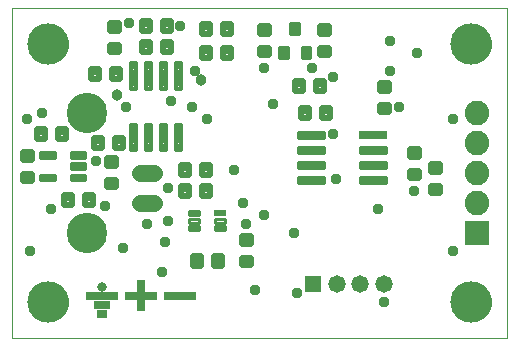
<source format=gbs>
G75*
%MOIN*%
%OFA0B0*%
%FSLAX25Y25*%
%IPPOS*%
%LPD*%
%AMOC8*
5,1,8,0,0,1.08239X$1,22.5*
%
%ADD10C,0.00000*%
%ADD11C,0.05524*%
%ADD12C,0.13461*%
%ADD13C,0.01423*%
%ADD14C,0.01334*%
%ADD15C,0.02104*%
%ADD16C,0.13800*%
%ADD17R,0.05800X0.05800*%
%ADD18C,0.05800*%
%ADD19R,0.08200X0.08200*%
%ADD20C,0.08200*%
%ADD21C,0.01755*%
%ADD22R,0.04343X0.02375*%
%ADD23C,0.01069*%
%ADD24R,0.09800X0.03162*%
%ADD25R,0.05800X0.02600*%
%ADD26R,0.03300X0.02600*%
%ADD27R,0.10800X0.02600*%
%ADD28C,0.03300*%
%ADD29R,0.02600X0.05800*%
%ADD30C,0.03800*%
%ADD31C,0.03775*%
D10*
X0089050Y0003800D02*
X0089050Y0113800D01*
X0254050Y0113800D01*
X0254050Y0003800D01*
X0089050Y0003800D01*
X0094550Y0015800D02*
X0094552Y0015961D01*
X0094558Y0016121D01*
X0094568Y0016282D01*
X0094582Y0016442D01*
X0094600Y0016602D01*
X0094621Y0016761D01*
X0094647Y0016920D01*
X0094677Y0017078D01*
X0094710Y0017235D01*
X0094748Y0017392D01*
X0094789Y0017547D01*
X0094834Y0017701D01*
X0094883Y0017854D01*
X0094936Y0018006D01*
X0094992Y0018157D01*
X0095053Y0018306D01*
X0095116Y0018454D01*
X0095184Y0018600D01*
X0095255Y0018744D01*
X0095329Y0018886D01*
X0095407Y0019027D01*
X0095489Y0019165D01*
X0095574Y0019302D01*
X0095662Y0019436D01*
X0095754Y0019568D01*
X0095849Y0019698D01*
X0095947Y0019826D01*
X0096048Y0019951D01*
X0096152Y0020073D01*
X0096259Y0020193D01*
X0096369Y0020310D01*
X0096482Y0020425D01*
X0096598Y0020536D01*
X0096717Y0020645D01*
X0096838Y0020750D01*
X0096962Y0020853D01*
X0097088Y0020953D01*
X0097216Y0021049D01*
X0097347Y0021142D01*
X0097481Y0021232D01*
X0097616Y0021319D01*
X0097754Y0021402D01*
X0097893Y0021482D01*
X0098035Y0021558D01*
X0098178Y0021631D01*
X0098323Y0021700D01*
X0098470Y0021766D01*
X0098618Y0021828D01*
X0098768Y0021886D01*
X0098919Y0021941D01*
X0099072Y0021992D01*
X0099226Y0022039D01*
X0099381Y0022082D01*
X0099537Y0022121D01*
X0099693Y0022157D01*
X0099851Y0022188D01*
X0100009Y0022216D01*
X0100168Y0022240D01*
X0100328Y0022260D01*
X0100488Y0022276D01*
X0100648Y0022288D01*
X0100809Y0022296D01*
X0100970Y0022300D01*
X0101130Y0022300D01*
X0101291Y0022296D01*
X0101452Y0022288D01*
X0101612Y0022276D01*
X0101772Y0022260D01*
X0101932Y0022240D01*
X0102091Y0022216D01*
X0102249Y0022188D01*
X0102407Y0022157D01*
X0102563Y0022121D01*
X0102719Y0022082D01*
X0102874Y0022039D01*
X0103028Y0021992D01*
X0103181Y0021941D01*
X0103332Y0021886D01*
X0103482Y0021828D01*
X0103630Y0021766D01*
X0103777Y0021700D01*
X0103922Y0021631D01*
X0104065Y0021558D01*
X0104207Y0021482D01*
X0104346Y0021402D01*
X0104484Y0021319D01*
X0104619Y0021232D01*
X0104753Y0021142D01*
X0104884Y0021049D01*
X0105012Y0020953D01*
X0105138Y0020853D01*
X0105262Y0020750D01*
X0105383Y0020645D01*
X0105502Y0020536D01*
X0105618Y0020425D01*
X0105731Y0020310D01*
X0105841Y0020193D01*
X0105948Y0020073D01*
X0106052Y0019951D01*
X0106153Y0019826D01*
X0106251Y0019698D01*
X0106346Y0019568D01*
X0106438Y0019436D01*
X0106526Y0019302D01*
X0106611Y0019165D01*
X0106693Y0019027D01*
X0106771Y0018886D01*
X0106845Y0018744D01*
X0106916Y0018600D01*
X0106984Y0018454D01*
X0107047Y0018306D01*
X0107108Y0018157D01*
X0107164Y0018006D01*
X0107217Y0017854D01*
X0107266Y0017701D01*
X0107311Y0017547D01*
X0107352Y0017392D01*
X0107390Y0017235D01*
X0107423Y0017078D01*
X0107453Y0016920D01*
X0107479Y0016761D01*
X0107500Y0016602D01*
X0107518Y0016442D01*
X0107532Y0016282D01*
X0107542Y0016121D01*
X0107548Y0015961D01*
X0107550Y0015800D01*
X0107548Y0015639D01*
X0107542Y0015479D01*
X0107532Y0015318D01*
X0107518Y0015158D01*
X0107500Y0014998D01*
X0107479Y0014839D01*
X0107453Y0014680D01*
X0107423Y0014522D01*
X0107390Y0014365D01*
X0107352Y0014208D01*
X0107311Y0014053D01*
X0107266Y0013899D01*
X0107217Y0013746D01*
X0107164Y0013594D01*
X0107108Y0013443D01*
X0107047Y0013294D01*
X0106984Y0013146D01*
X0106916Y0013000D01*
X0106845Y0012856D01*
X0106771Y0012714D01*
X0106693Y0012573D01*
X0106611Y0012435D01*
X0106526Y0012298D01*
X0106438Y0012164D01*
X0106346Y0012032D01*
X0106251Y0011902D01*
X0106153Y0011774D01*
X0106052Y0011649D01*
X0105948Y0011527D01*
X0105841Y0011407D01*
X0105731Y0011290D01*
X0105618Y0011175D01*
X0105502Y0011064D01*
X0105383Y0010955D01*
X0105262Y0010850D01*
X0105138Y0010747D01*
X0105012Y0010647D01*
X0104884Y0010551D01*
X0104753Y0010458D01*
X0104619Y0010368D01*
X0104484Y0010281D01*
X0104346Y0010198D01*
X0104207Y0010118D01*
X0104065Y0010042D01*
X0103922Y0009969D01*
X0103777Y0009900D01*
X0103630Y0009834D01*
X0103482Y0009772D01*
X0103332Y0009714D01*
X0103181Y0009659D01*
X0103028Y0009608D01*
X0102874Y0009561D01*
X0102719Y0009518D01*
X0102563Y0009479D01*
X0102407Y0009443D01*
X0102249Y0009412D01*
X0102091Y0009384D01*
X0101932Y0009360D01*
X0101772Y0009340D01*
X0101612Y0009324D01*
X0101452Y0009312D01*
X0101291Y0009304D01*
X0101130Y0009300D01*
X0100970Y0009300D01*
X0100809Y0009304D01*
X0100648Y0009312D01*
X0100488Y0009324D01*
X0100328Y0009340D01*
X0100168Y0009360D01*
X0100009Y0009384D01*
X0099851Y0009412D01*
X0099693Y0009443D01*
X0099537Y0009479D01*
X0099381Y0009518D01*
X0099226Y0009561D01*
X0099072Y0009608D01*
X0098919Y0009659D01*
X0098768Y0009714D01*
X0098618Y0009772D01*
X0098470Y0009834D01*
X0098323Y0009900D01*
X0098178Y0009969D01*
X0098035Y0010042D01*
X0097893Y0010118D01*
X0097754Y0010198D01*
X0097616Y0010281D01*
X0097481Y0010368D01*
X0097347Y0010458D01*
X0097216Y0010551D01*
X0097088Y0010647D01*
X0096962Y0010747D01*
X0096838Y0010850D01*
X0096717Y0010955D01*
X0096598Y0011064D01*
X0096482Y0011175D01*
X0096369Y0011290D01*
X0096259Y0011407D01*
X0096152Y0011527D01*
X0096048Y0011649D01*
X0095947Y0011774D01*
X0095849Y0011902D01*
X0095754Y0012032D01*
X0095662Y0012164D01*
X0095574Y0012298D01*
X0095489Y0012435D01*
X0095407Y0012573D01*
X0095329Y0012714D01*
X0095255Y0012856D01*
X0095184Y0013000D01*
X0095116Y0013146D01*
X0095053Y0013294D01*
X0094992Y0013443D01*
X0094936Y0013594D01*
X0094883Y0013746D01*
X0094834Y0013899D01*
X0094789Y0014053D01*
X0094748Y0014208D01*
X0094710Y0014365D01*
X0094677Y0014522D01*
X0094647Y0014680D01*
X0094621Y0014839D01*
X0094600Y0014998D01*
X0094582Y0015158D01*
X0094568Y0015318D01*
X0094558Y0015479D01*
X0094552Y0015639D01*
X0094550Y0015800D01*
X0235550Y0015800D02*
X0235552Y0015961D01*
X0235558Y0016121D01*
X0235568Y0016282D01*
X0235582Y0016442D01*
X0235600Y0016602D01*
X0235621Y0016761D01*
X0235647Y0016920D01*
X0235677Y0017078D01*
X0235710Y0017235D01*
X0235748Y0017392D01*
X0235789Y0017547D01*
X0235834Y0017701D01*
X0235883Y0017854D01*
X0235936Y0018006D01*
X0235992Y0018157D01*
X0236053Y0018306D01*
X0236116Y0018454D01*
X0236184Y0018600D01*
X0236255Y0018744D01*
X0236329Y0018886D01*
X0236407Y0019027D01*
X0236489Y0019165D01*
X0236574Y0019302D01*
X0236662Y0019436D01*
X0236754Y0019568D01*
X0236849Y0019698D01*
X0236947Y0019826D01*
X0237048Y0019951D01*
X0237152Y0020073D01*
X0237259Y0020193D01*
X0237369Y0020310D01*
X0237482Y0020425D01*
X0237598Y0020536D01*
X0237717Y0020645D01*
X0237838Y0020750D01*
X0237962Y0020853D01*
X0238088Y0020953D01*
X0238216Y0021049D01*
X0238347Y0021142D01*
X0238481Y0021232D01*
X0238616Y0021319D01*
X0238754Y0021402D01*
X0238893Y0021482D01*
X0239035Y0021558D01*
X0239178Y0021631D01*
X0239323Y0021700D01*
X0239470Y0021766D01*
X0239618Y0021828D01*
X0239768Y0021886D01*
X0239919Y0021941D01*
X0240072Y0021992D01*
X0240226Y0022039D01*
X0240381Y0022082D01*
X0240537Y0022121D01*
X0240693Y0022157D01*
X0240851Y0022188D01*
X0241009Y0022216D01*
X0241168Y0022240D01*
X0241328Y0022260D01*
X0241488Y0022276D01*
X0241648Y0022288D01*
X0241809Y0022296D01*
X0241970Y0022300D01*
X0242130Y0022300D01*
X0242291Y0022296D01*
X0242452Y0022288D01*
X0242612Y0022276D01*
X0242772Y0022260D01*
X0242932Y0022240D01*
X0243091Y0022216D01*
X0243249Y0022188D01*
X0243407Y0022157D01*
X0243563Y0022121D01*
X0243719Y0022082D01*
X0243874Y0022039D01*
X0244028Y0021992D01*
X0244181Y0021941D01*
X0244332Y0021886D01*
X0244482Y0021828D01*
X0244630Y0021766D01*
X0244777Y0021700D01*
X0244922Y0021631D01*
X0245065Y0021558D01*
X0245207Y0021482D01*
X0245346Y0021402D01*
X0245484Y0021319D01*
X0245619Y0021232D01*
X0245753Y0021142D01*
X0245884Y0021049D01*
X0246012Y0020953D01*
X0246138Y0020853D01*
X0246262Y0020750D01*
X0246383Y0020645D01*
X0246502Y0020536D01*
X0246618Y0020425D01*
X0246731Y0020310D01*
X0246841Y0020193D01*
X0246948Y0020073D01*
X0247052Y0019951D01*
X0247153Y0019826D01*
X0247251Y0019698D01*
X0247346Y0019568D01*
X0247438Y0019436D01*
X0247526Y0019302D01*
X0247611Y0019165D01*
X0247693Y0019027D01*
X0247771Y0018886D01*
X0247845Y0018744D01*
X0247916Y0018600D01*
X0247984Y0018454D01*
X0248047Y0018306D01*
X0248108Y0018157D01*
X0248164Y0018006D01*
X0248217Y0017854D01*
X0248266Y0017701D01*
X0248311Y0017547D01*
X0248352Y0017392D01*
X0248390Y0017235D01*
X0248423Y0017078D01*
X0248453Y0016920D01*
X0248479Y0016761D01*
X0248500Y0016602D01*
X0248518Y0016442D01*
X0248532Y0016282D01*
X0248542Y0016121D01*
X0248548Y0015961D01*
X0248550Y0015800D01*
X0248548Y0015639D01*
X0248542Y0015479D01*
X0248532Y0015318D01*
X0248518Y0015158D01*
X0248500Y0014998D01*
X0248479Y0014839D01*
X0248453Y0014680D01*
X0248423Y0014522D01*
X0248390Y0014365D01*
X0248352Y0014208D01*
X0248311Y0014053D01*
X0248266Y0013899D01*
X0248217Y0013746D01*
X0248164Y0013594D01*
X0248108Y0013443D01*
X0248047Y0013294D01*
X0247984Y0013146D01*
X0247916Y0013000D01*
X0247845Y0012856D01*
X0247771Y0012714D01*
X0247693Y0012573D01*
X0247611Y0012435D01*
X0247526Y0012298D01*
X0247438Y0012164D01*
X0247346Y0012032D01*
X0247251Y0011902D01*
X0247153Y0011774D01*
X0247052Y0011649D01*
X0246948Y0011527D01*
X0246841Y0011407D01*
X0246731Y0011290D01*
X0246618Y0011175D01*
X0246502Y0011064D01*
X0246383Y0010955D01*
X0246262Y0010850D01*
X0246138Y0010747D01*
X0246012Y0010647D01*
X0245884Y0010551D01*
X0245753Y0010458D01*
X0245619Y0010368D01*
X0245484Y0010281D01*
X0245346Y0010198D01*
X0245207Y0010118D01*
X0245065Y0010042D01*
X0244922Y0009969D01*
X0244777Y0009900D01*
X0244630Y0009834D01*
X0244482Y0009772D01*
X0244332Y0009714D01*
X0244181Y0009659D01*
X0244028Y0009608D01*
X0243874Y0009561D01*
X0243719Y0009518D01*
X0243563Y0009479D01*
X0243407Y0009443D01*
X0243249Y0009412D01*
X0243091Y0009384D01*
X0242932Y0009360D01*
X0242772Y0009340D01*
X0242612Y0009324D01*
X0242452Y0009312D01*
X0242291Y0009304D01*
X0242130Y0009300D01*
X0241970Y0009300D01*
X0241809Y0009304D01*
X0241648Y0009312D01*
X0241488Y0009324D01*
X0241328Y0009340D01*
X0241168Y0009360D01*
X0241009Y0009384D01*
X0240851Y0009412D01*
X0240693Y0009443D01*
X0240537Y0009479D01*
X0240381Y0009518D01*
X0240226Y0009561D01*
X0240072Y0009608D01*
X0239919Y0009659D01*
X0239768Y0009714D01*
X0239618Y0009772D01*
X0239470Y0009834D01*
X0239323Y0009900D01*
X0239178Y0009969D01*
X0239035Y0010042D01*
X0238893Y0010118D01*
X0238754Y0010198D01*
X0238616Y0010281D01*
X0238481Y0010368D01*
X0238347Y0010458D01*
X0238216Y0010551D01*
X0238088Y0010647D01*
X0237962Y0010747D01*
X0237838Y0010850D01*
X0237717Y0010955D01*
X0237598Y0011064D01*
X0237482Y0011175D01*
X0237369Y0011290D01*
X0237259Y0011407D01*
X0237152Y0011527D01*
X0237048Y0011649D01*
X0236947Y0011774D01*
X0236849Y0011902D01*
X0236754Y0012032D01*
X0236662Y0012164D01*
X0236574Y0012298D01*
X0236489Y0012435D01*
X0236407Y0012573D01*
X0236329Y0012714D01*
X0236255Y0012856D01*
X0236184Y0013000D01*
X0236116Y0013146D01*
X0236053Y0013294D01*
X0235992Y0013443D01*
X0235936Y0013594D01*
X0235883Y0013746D01*
X0235834Y0013899D01*
X0235789Y0014053D01*
X0235748Y0014208D01*
X0235710Y0014365D01*
X0235677Y0014522D01*
X0235647Y0014680D01*
X0235621Y0014839D01*
X0235600Y0014998D01*
X0235582Y0015158D01*
X0235568Y0015318D01*
X0235558Y0015479D01*
X0235552Y0015639D01*
X0235550Y0015800D01*
X0235550Y0101800D02*
X0235552Y0101961D01*
X0235558Y0102121D01*
X0235568Y0102282D01*
X0235582Y0102442D01*
X0235600Y0102602D01*
X0235621Y0102761D01*
X0235647Y0102920D01*
X0235677Y0103078D01*
X0235710Y0103235D01*
X0235748Y0103392D01*
X0235789Y0103547D01*
X0235834Y0103701D01*
X0235883Y0103854D01*
X0235936Y0104006D01*
X0235992Y0104157D01*
X0236053Y0104306D01*
X0236116Y0104454D01*
X0236184Y0104600D01*
X0236255Y0104744D01*
X0236329Y0104886D01*
X0236407Y0105027D01*
X0236489Y0105165D01*
X0236574Y0105302D01*
X0236662Y0105436D01*
X0236754Y0105568D01*
X0236849Y0105698D01*
X0236947Y0105826D01*
X0237048Y0105951D01*
X0237152Y0106073D01*
X0237259Y0106193D01*
X0237369Y0106310D01*
X0237482Y0106425D01*
X0237598Y0106536D01*
X0237717Y0106645D01*
X0237838Y0106750D01*
X0237962Y0106853D01*
X0238088Y0106953D01*
X0238216Y0107049D01*
X0238347Y0107142D01*
X0238481Y0107232D01*
X0238616Y0107319D01*
X0238754Y0107402D01*
X0238893Y0107482D01*
X0239035Y0107558D01*
X0239178Y0107631D01*
X0239323Y0107700D01*
X0239470Y0107766D01*
X0239618Y0107828D01*
X0239768Y0107886D01*
X0239919Y0107941D01*
X0240072Y0107992D01*
X0240226Y0108039D01*
X0240381Y0108082D01*
X0240537Y0108121D01*
X0240693Y0108157D01*
X0240851Y0108188D01*
X0241009Y0108216D01*
X0241168Y0108240D01*
X0241328Y0108260D01*
X0241488Y0108276D01*
X0241648Y0108288D01*
X0241809Y0108296D01*
X0241970Y0108300D01*
X0242130Y0108300D01*
X0242291Y0108296D01*
X0242452Y0108288D01*
X0242612Y0108276D01*
X0242772Y0108260D01*
X0242932Y0108240D01*
X0243091Y0108216D01*
X0243249Y0108188D01*
X0243407Y0108157D01*
X0243563Y0108121D01*
X0243719Y0108082D01*
X0243874Y0108039D01*
X0244028Y0107992D01*
X0244181Y0107941D01*
X0244332Y0107886D01*
X0244482Y0107828D01*
X0244630Y0107766D01*
X0244777Y0107700D01*
X0244922Y0107631D01*
X0245065Y0107558D01*
X0245207Y0107482D01*
X0245346Y0107402D01*
X0245484Y0107319D01*
X0245619Y0107232D01*
X0245753Y0107142D01*
X0245884Y0107049D01*
X0246012Y0106953D01*
X0246138Y0106853D01*
X0246262Y0106750D01*
X0246383Y0106645D01*
X0246502Y0106536D01*
X0246618Y0106425D01*
X0246731Y0106310D01*
X0246841Y0106193D01*
X0246948Y0106073D01*
X0247052Y0105951D01*
X0247153Y0105826D01*
X0247251Y0105698D01*
X0247346Y0105568D01*
X0247438Y0105436D01*
X0247526Y0105302D01*
X0247611Y0105165D01*
X0247693Y0105027D01*
X0247771Y0104886D01*
X0247845Y0104744D01*
X0247916Y0104600D01*
X0247984Y0104454D01*
X0248047Y0104306D01*
X0248108Y0104157D01*
X0248164Y0104006D01*
X0248217Y0103854D01*
X0248266Y0103701D01*
X0248311Y0103547D01*
X0248352Y0103392D01*
X0248390Y0103235D01*
X0248423Y0103078D01*
X0248453Y0102920D01*
X0248479Y0102761D01*
X0248500Y0102602D01*
X0248518Y0102442D01*
X0248532Y0102282D01*
X0248542Y0102121D01*
X0248548Y0101961D01*
X0248550Y0101800D01*
X0248548Y0101639D01*
X0248542Y0101479D01*
X0248532Y0101318D01*
X0248518Y0101158D01*
X0248500Y0100998D01*
X0248479Y0100839D01*
X0248453Y0100680D01*
X0248423Y0100522D01*
X0248390Y0100365D01*
X0248352Y0100208D01*
X0248311Y0100053D01*
X0248266Y0099899D01*
X0248217Y0099746D01*
X0248164Y0099594D01*
X0248108Y0099443D01*
X0248047Y0099294D01*
X0247984Y0099146D01*
X0247916Y0099000D01*
X0247845Y0098856D01*
X0247771Y0098714D01*
X0247693Y0098573D01*
X0247611Y0098435D01*
X0247526Y0098298D01*
X0247438Y0098164D01*
X0247346Y0098032D01*
X0247251Y0097902D01*
X0247153Y0097774D01*
X0247052Y0097649D01*
X0246948Y0097527D01*
X0246841Y0097407D01*
X0246731Y0097290D01*
X0246618Y0097175D01*
X0246502Y0097064D01*
X0246383Y0096955D01*
X0246262Y0096850D01*
X0246138Y0096747D01*
X0246012Y0096647D01*
X0245884Y0096551D01*
X0245753Y0096458D01*
X0245619Y0096368D01*
X0245484Y0096281D01*
X0245346Y0096198D01*
X0245207Y0096118D01*
X0245065Y0096042D01*
X0244922Y0095969D01*
X0244777Y0095900D01*
X0244630Y0095834D01*
X0244482Y0095772D01*
X0244332Y0095714D01*
X0244181Y0095659D01*
X0244028Y0095608D01*
X0243874Y0095561D01*
X0243719Y0095518D01*
X0243563Y0095479D01*
X0243407Y0095443D01*
X0243249Y0095412D01*
X0243091Y0095384D01*
X0242932Y0095360D01*
X0242772Y0095340D01*
X0242612Y0095324D01*
X0242452Y0095312D01*
X0242291Y0095304D01*
X0242130Y0095300D01*
X0241970Y0095300D01*
X0241809Y0095304D01*
X0241648Y0095312D01*
X0241488Y0095324D01*
X0241328Y0095340D01*
X0241168Y0095360D01*
X0241009Y0095384D01*
X0240851Y0095412D01*
X0240693Y0095443D01*
X0240537Y0095479D01*
X0240381Y0095518D01*
X0240226Y0095561D01*
X0240072Y0095608D01*
X0239919Y0095659D01*
X0239768Y0095714D01*
X0239618Y0095772D01*
X0239470Y0095834D01*
X0239323Y0095900D01*
X0239178Y0095969D01*
X0239035Y0096042D01*
X0238893Y0096118D01*
X0238754Y0096198D01*
X0238616Y0096281D01*
X0238481Y0096368D01*
X0238347Y0096458D01*
X0238216Y0096551D01*
X0238088Y0096647D01*
X0237962Y0096747D01*
X0237838Y0096850D01*
X0237717Y0096955D01*
X0237598Y0097064D01*
X0237482Y0097175D01*
X0237369Y0097290D01*
X0237259Y0097407D01*
X0237152Y0097527D01*
X0237048Y0097649D01*
X0236947Y0097774D01*
X0236849Y0097902D01*
X0236754Y0098032D01*
X0236662Y0098164D01*
X0236574Y0098298D01*
X0236489Y0098435D01*
X0236407Y0098573D01*
X0236329Y0098714D01*
X0236255Y0098856D01*
X0236184Y0099000D01*
X0236116Y0099146D01*
X0236053Y0099294D01*
X0235992Y0099443D01*
X0235936Y0099594D01*
X0235883Y0099746D01*
X0235834Y0099899D01*
X0235789Y0100053D01*
X0235748Y0100208D01*
X0235710Y0100365D01*
X0235677Y0100522D01*
X0235647Y0100680D01*
X0235621Y0100839D01*
X0235600Y0100998D01*
X0235582Y0101158D01*
X0235568Y0101318D01*
X0235558Y0101479D01*
X0235552Y0101639D01*
X0235550Y0101800D01*
X0094550Y0101800D02*
X0094552Y0101961D01*
X0094558Y0102121D01*
X0094568Y0102282D01*
X0094582Y0102442D01*
X0094600Y0102602D01*
X0094621Y0102761D01*
X0094647Y0102920D01*
X0094677Y0103078D01*
X0094710Y0103235D01*
X0094748Y0103392D01*
X0094789Y0103547D01*
X0094834Y0103701D01*
X0094883Y0103854D01*
X0094936Y0104006D01*
X0094992Y0104157D01*
X0095053Y0104306D01*
X0095116Y0104454D01*
X0095184Y0104600D01*
X0095255Y0104744D01*
X0095329Y0104886D01*
X0095407Y0105027D01*
X0095489Y0105165D01*
X0095574Y0105302D01*
X0095662Y0105436D01*
X0095754Y0105568D01*
X0095849Y0105698D01*
X0095947Y0105826D01*
X0096048Y0105951D01*
X0096152Y0106073D01*
X0096259Y0106193D01*
X0096369Y0106310D01*
X0096482Y0106425D01*
X0096598Y0106536D01*
X0096717Y0106645D01*
X0096838Y0106750D01*
X0096962Y0106853D01*
X0097088Y0106953D01*
X0097216Y0107049D01*
X0097347Y0107142D01*
X0097481Y0107232D01*
X0097616Y0107319D01*
X0097754Y0107402D01*
X0097893Y0107482D01*
X0098035Y0107558D01*
X0098178Y0107631D01*
X0098323Y0107700D01*
X0098470Y0107766D01*
X0098618Y0107828D01*
X0098768Y0107886D01*
X0098919Y0107941D01*
X0099072Y0107992D01*
X0099226Y0108039D01*
X0099381Y0108082D01*
X0099537Y0108121D01*
X0099693Y0108157D01*
X0099851Y0108188D01*
X0100009Y0108216D01*
X0100168Y0108240D01*
X0100328Y0108260D01*
X0100488Y0108276D01*
X0100648Y0108288D01*
X0100809Y0108296D01*
X0100970Y0108300D01*
X0101130Y0108300D01*
X0101291Y0108296D01*
X0101452Y0108288D01*
X0101612Y0108276D01*
X0101772Y0108260D01*
X0101932Y0108240D01*
X0102091Y0108216D01*
X0102249Y0108188D01*
X0102407Y0108157D01*
X0102563Y0108121D01*
X0102719Y0108082D01*
X0102874Y0108039D01*
X0103028Y0107992D01*
X0103181Y0107941D01*
X0103332Y0107886D01*
X0103482Y0107828D01*
X0103630Y0107766D01*
X0103777Y0107700D01*
X0103922Y0107631D01*
X0104065Y0107558D01*
X0104207Y0107482D01*
X0104346Y0107402D01*
X0104484Y0107319D01*
X0104619Y0107232D01*
X0104753Y0107142D01*
X0104884Y0107049D01*
X0105012Y0106953D01*
X0105138Y0106853D01*
X0105262Y0106750D01*
X0105383Y0106645D01*
X0105502Y0106536D01*
X0105618Y0106425D01*
X0105731Y0106310D01*
X0105841Y0106193D01*
X0105948Y0106073D01*
X0106052Y0105951D01*
X0106153Y0105826D01*
X0106251Y0105698D01*
X0106346Y0105568D01*
X0106438Y0105436D01*
X0106526Y0105302D01*
X0106611Y0105165D01*
X0106693Y0105027D01*
X0106771Y0104886D01*
X0106845Y0104744D01*
X0106916Y0104600D01*
X0106984Y0104454D01*
X0107047Y0104306D01*
X0107108Y0104157D01*
X0107164Y0104006D01*
X0107217Y0103854D01*
X0107266Y0103701D01*
X0107311Y0103547D01*
X0107352Y0103392D01*
X0107390Y0103235D01*
X0107423Y0103078D01*
X0107453Y0102920D01*
X0107479Y0102761D01*
X0107500Y0102602D01*
X0107518Y0102442D01*
X0107532Y0102282D01*
X0107542Y0102121D01*
X0107548Y0101961D01*
X0107550Y0101800D01*
X0107548Y0101639D01*
X0107542Y0101479D01*
X0107532Y0101318D01*
X0107518Y0101158D01*
X0107500Y0100998D01*
X0107479Y0100839D01*
X0107453Y0100680D01*
X0107423Y0100522D01*
X0107390Y0100365D01*
X0107352Y0100208D01*
X0107311Y0100053D01*
X0107266Y0099899D01*
X0107217Y0099746D01*
X0107164Y0099594D01*
X0107108Y0099443D01*
X0107047Y0099294D01*
X0106984Y0099146D01*
X0106916Y0099000D01*
X0106845Y0098856D01*
X0106771Y0098714D01*
X0106693Y0098573D01*
X0106611Y0098435D01*
X0106526Y0098298D01*
X0106438Y0098164D01*
X0106346Y0098032D01*
X0106251Y0097902D01*
X0106153Y0097774D01*
X0106052Y0097649D01*
X0105948Y0097527D01*
X0105841Y0097407D01*
X0105731Y0097290D01*
X0105618Y0097175D01*
X0105502Y0097064D01*
X0105383Y0096955D01*
X0105262Y0096850D01*
X0105138Y0096747D01*
X0105012Y0096647D01*
X0104884Y0096551D01*
X0104753Y0096458D01*
X0104619Y0096368D01*
X0104484Y0096281D01*
X0104346Y0096198D01*
X0104207Y0096118D01*
X0104065Y0096042D01*
X0103922Y0095969D01*
X0103777Y0095900D01*
X0103630Y0095834D01*
X0103482Y0095772D01*
X0103332Y0095714D01*
X0103181Y0095659D01*
X0103028Y0095608D01*
X0102874Y0095561D01*
X0102719Y0095518D01*
X0102563Y0095479D01*
X0102407Y0095443D01*
X0102249Y0095412D01*
X0102091Y0095384D01*
X0101932Y0095360D01*
X0101772Y0095340D01*
X0101612Y0095324D01*
X0101452Y0095312D01*
X0101291Y0095304D01*
X0101130Y0095300D01*
X0100970Y0095300D01*
X0100809Y0095304D01*
X0100648Y0095312D01*
X0100488Y0095324D01*
X0100328Y0095340D01*
X0100168Y0095360D01*
X0100009Y0095384D01*
X0099851Y0095412D01*
X0099693Y0095443D01*
X0099537Y0095479D01*
X0099381Y0095518D01*
X0099226Y0095561D01*
X0099072Y0095608D01*
X0098919Y0095659D01*
X0098768Y0095714D01*
X0098618Y0095772D01*
X0098470Y0095834D01*
X0098323Y0095900D01*
X0098178Y0095969D01*
X0098035Y0096042D01*
X0097893Y0096118D01*
X0097754Y0096198D01*
X0097616Y0096281D01*
X0097481Y0096368D01*
X0097347Y0096458D01*
X0097216Y0096551D01*
X0097088Y0096647D01*
X0096962Y0096747D01*
X0096838Y0096850D01*
X0096717Y0096955D01*
X0096598Y0097064D01*
X0096482Y0097175D01*
X0096369Y0097290D01*
X0096259Y0097407D01*
X0096152Y0097527D01*
X0096048Y0097649D01*
X0095947Y0097774D01*
X0095849Y0097902D01*
X0095754Y0098032D01*
X0095662Y0098164D01*
X0095574Y0098298D01*
X0095489Y0098435D01*
X0095407Y0098573D01*
X0095329Y0098714D01*
X0095255Y0098856D01*
X0095184Y0099000D01*
X0095116Y0099146D01*
X0095053Y0099294D01*
X0094992Y0099443D01*
X0094936Y0099594D01*
X0094883Y0099746D01*
X0094834Y0099899D01*
X0094789Y0100053D01*
X0094748Y0100208D01*
X0094710Y0100365D01*
X0094677Y0100522D01*
X0094647Y0100680D01*
X0094621Y0100839D01*
X0094600Y0100998D01*
X0094582Y0101158D01*
X0094568Y0101318D01*
X0094558Y0101479D01*
X0094552Y0101639D01*
X0094550Y0101800D01*
D11*
X0131688Y0058800D02*
X0136412Y0058800D01*
X0136412Y0048800D02*
X0131688Y0048800D01*
D12*
X0114050Y0038800D03*
X0114050Y0078800D03*
D13*
X0128680Y0074753D02*
X0130420Y0074753D01*
X0130420Y0066375D01*
X0128680Y0066375D01*
X0128680Y0074753D01*
X0128680Y0067797D02*
X0130420Y0067797D01*
X0130420Y0069219D02*
X0128680Y0069219D01*
X0128680Y0070641D02*
X0130420Y0070641D01*
X0130420Y0072063D02*
X0128680Y0072063D01*
X0128680Y0073485D02*
X0130420Y0073485D01*
X0133680Y0074753D02*
X0135420Y0074753D01*
X0135420Y0066375D01*
X0133680Y0066375D01*
X0133680Y0074753D01*
X0133680Y0067797D02*
X0135420Y0067797D01*
X0135420Y0069219D02*
X0133680Y0069219D01*
X0133680Y0070641D02*
X0135420Y0070641D01*
X0135420Y0072063D02*
X0133680Y0072063D01*
X0133680Y0073485D02*
X0135420Y0073485D01*
X0138680Y0074753D02*
X0140420Y0074753D01*
X0140420Y0066375D01*
X0138680Y0066375D01*
X0138680Y0074753D01*
X0138680Y0067797D02*
X0140420Y0067797D01*
X0140420Y0069219D02*
X0138680Y0069219D01*
X0138680Y0070641D02*
X0140420Y0070641D01*
X0140420Y0072063D02*
X0138680Y0072063D01*
X0138680Y0073485D02*
X0140420Y0073485D01*
X0143680Y0074753D02*
X0145420Y0074753D01*
X0145420Y0066375D01*
X0143680Y0066375D01*
X0143680Y0074753D01*
X0143680Y0067797D02*
X0145420Y0067797D01*
X0145420Y0069219D02*
X0143680Y0069219D01*
X0143680Y0070641D02*
X0145420Y0070641D01*
X0145420Y0072063D02*
X0143680Y0072063D01*
X0143680Y0073485D02*
X0145420Y0073485D01*
X0145420Y0095225D02*
X0143680Y0095225D01*
X0145420Y0095225D02*
X0145420Y0086847D01*
X0143680Y0086847D01*
X0143680Y0095225D01*
X0143680Y0088269D02*
X0145420Y0088269D01*
X0145420Y0089691D02*
X0143680Y0089691D01*
X0143680Y0091113D02*
X0145420Y0091113D01*
X0145420Y0092535D02*
X0143680Y0092535D01*
X0143680Y0093957D02*
X0145420Y0093957D01*
X0140420Y0095225D02*
X0138680Y0095225D01*
X0140420Y0095225D02*
X0140420Y0086847D01*
X0138680Y0086847D01*
X0138680Y0095225D01*
X0138680Y0088269D02*
X0140420Y0088269D01*
X0140420Y0089691D02*
X0138680Y0089691D01*
X0138680Y0091113D02*
X0140420Y0091113D01*
X0140420Y0092535D02*
X0138680Y0092535D01*
X0138680Y0093957D02*
X0140420Y0093957D01*
X0135420Y0095225D02*
X0133680Y0095225D01*
X0135420Y0095225D02*
X0135420Y0086847D01*
X0133680Y0086847D01*
X0133680Y0095225D01*
X0133680Y0088269D02*
X0135420Y0088269D01*
X0135420Y0089691D02*
X0133680Y0089691D01*
X0133680Y0091113D02*
X0135420Y0091113D01*
X0135420Y0092535D02*
X0133680Y0092535D01*
X0133680Y0093957D02*
X0135420Y0093957D01*
X0130420Y0095225D02*
X0128680Y0095225D01*
X0130420Y0095225D02*
X0130420Y0086847D01*
X0128680Y0086847D01*
X0128680Y0095225D01*
X0128680Y0088269D02*
X0130420Y0088269D01*
X0130420Y0089691D02*
X0128680Y0089691D01*
X0128680Y0091113D02*
X0130420Y0091113D01*
X0130420Y0092535D02*
X0128680Y0092535D01*
X0128680Y0093957D02*
X0130420Y0093957D01*
X0184625Y0072170D02*
X0184625Y0070430D01*
X0184625Y0072170D02*
X0193003Y0072170D01*
X0193003Y0070430D01*
X0184625Y0070430D01*
X0184625Y0071852D02*
X0193003Y0071852D01*
X0184625Y0067170D02*
X0184625Y0065430D01*
X0184625Y0067170D02*
X0193003Y0067170D01*
X0193003Y0065430D01*
X0184625Y0065430D01*
X0184625Y0066852D02*
X0193003Y0066852D01*
X0184625Y0062170D02*
X0184625Y0060430D01*
X0184625Y0062170D02*
X0193003Y0062170D01*
X0193003Y0060430D01*
X0184625Y0060430D01*
X0184625Y0061852D02*
X0193003Y0061852D01*
X0184625Y0057170D02*
X0184625Y0055430D01*
X0184625Y0057170D02*
X0193003Y0057170D01*
X0193003Y0055430D01*
X0184625Y0055430D01*
X0184625Y0056852D02*
X0193003Y0056852D01*
X0205097Y0057170D02*
X0205097Y0055430D01*
X0205097Y0057170D02*
X0213475Y0057170D01*
X0213475Y0055430D01*
X0205097Y0055430D01*
X0205097Y0056852D02*
X0213475Y0056852D01*
X0205097Y0060430D02*
X0205097Y0062170D01*
X0213475Y0062170D01*
X0213475Y0060430D01*
X0205097Y0060430D01*
X0205097Y0061852D02*
X0213475Y0061852D01*
X0205097Y0065430D02*
X0205097Y0067170D01*
X0213475Y0067170D01*
X0213475Y0065430D01*
X0205097Y0065430D01*
X0205097Y0066852D02*
X0213475Y0066852D01*
D14*
X0108935Y0065355D02*
X0108935Y0063725D01*
X0108935Y0065355D02*
X0113401Y0065355D01*
X0113401Y0063725D01*
X0108935Y0063725D01*
X0108935Y0065058D02*
X0113401Y0065058D01*
X0108935Y0061615D02*
X0108935Y0059985D01*
X0108935Y0061615D02*
X0113401Y0061615D01*
X0113401Y0059985D01*
X0108935Y0059985D01*
X0108935Y0061318D02*
X0113401Y0061318D01*
X0108935Y0057875D02*
X0108935Y0056245D01*
X0108935Y0057875D02*
X0113401Y0057875D01*
X0113401Y0056245D01*
X0108935Y0056245D01*
X0108935Y0057578D02*
X0113401Y0057578D01*
X0098699Y0057875D02*
X0098699Y0056245D01*
X0098699Y0057875D02*
X0103165Y0057875D01*
X0103165Y0056245D01*
X0098699Y0056245D01*
X0098699Y0057578D02*
X0103165Y0057578D01*
X0098699Y0063725D02*
X0098699Y0065355D01*
X0103165Y0065355D01*
X0103165Y0063725D01*
X0098699Y0063725D01*
X0098699Y0065058D02*
X0103165Y0065058D01*
D15*
X0095648Y0065628D02*
X0095648Y0063058D01*
X0092452Y0063058D01*
X0092452Y0065628D01*
X0095648Y0065628D01*
X0095648Y0065161D02*
X0092452Y0065161D01*
X0097222Y0070202D02*
X0099792Y0070202D01*
X0097222Y0070202D02*
X0097222Y0073398D01*
X0099792Y0073398D01*
X0099792Y0070202D01*
X0099792Y0072305D02*
X0097222Y0072305D01*
X0104308Y0070202D02*
X0106878Y0070202D01*
X0104308Y0070202D02*
X0104308Y0073398D01*
X0106878Y0073398D01*
X0106878Y0070202D01*
X0106878Y0072305D02*
X0104308Y0072305D01*
X0116222Y0067202D02*
X0118792Y0067202D01*
X0116222Y0067202D02*
X0116222Y0070398D01*
X0118792Y0070398D01*
X0118792Y0067202D01*
X0118792Y0069305D02*
X0116222Y0069305D01*
X0123308Y0067202D02*
X0125878Y0067202D01*
X0123308Y0067202D02*
X0123308Y0070398D01*
X0125878Y0070398D01*
X0125878Y0067202D01*
X0125878Y0069305D02*
X0123308Y0069305D01*
X0123648Y0063628D02*
X0123648Y0061058D01*
X0120452Y0061058D01*
X0120452Y0063628D01*
X0123648Y0063628D01*
X0123648Y0063161D02*
X0120452Y0063161D01*
X0123648Y0056542D02*
X0123648Y0053972D01*
X0120452Y0053972D01*
X0120452Y0056542D01*
X0123648Y0056542D01*
X0123648Y0056075D02*
X0120452Y0056075D01*
X0115878Y0051398D02*
X0113308Y0051398D01*
X0115878Y0051398D02*
X0115878Y0048202D01*
X0113308Y0048202D01*
X0113308Y0051398D01*
X0113308Y0050305D02*
X0115878Y0050305D01*
X0108792Y0051398D02*
X0106222Y0051398D01*
X0108792Y0051398D02*
X0108792Y0048202D01*
X0106222Y0048202D01*
X0106222Y0051398D01*
X0106222Y0050305D02*
X0108792Y0050305D01*
X0095648Y0055972D02*
X0095648Y0058542D01*
X0095648Y0055972D02*
X0092452Y0055972D01*
X0092452Y0058542D01*
X0095648Y0058542D01*
X0095648Y0058075D02*
X0092452Y0058075D01*
X0145222Y0061398D02*
X0147792Y0061398D01*
X0147792Y0058202D01*
X0145222Y0058202D01*
X0145222Y0061398D01*
X0145222Y0060305D02*
X0147792Y0060305D01*
X0152308Y0061398D02*
X0154878Y0061398D01*
X0154878Y0058202D01*
X0152308Y0058202D01*
X0152308Y0061398D01*
X0152308Y0060305D02*
X0154878Y0060305D01*
X0154878Y0054398D02*
X0152308Y0054398D01*
X0154878Y0054398D02*
X0154878Y0051202D01*
X0152308Y0051202D01*
X0152308Y0054398D01*
X0152308Y0053305D02*
X0154878Y0053305D01*
X0147792Y0054398D02*
X0145222Y0054398D01*
X0147792Y0054398D02*
X0147792Y0051202D01*
X0145222Y0051202D01*
X0145222Y0054398D01*
X0145222Y0053305D02*
X0147792Y0053305D01*
X0168648Y0037628D02*
X0168648Y0035058D01*
X0165452Y0035058D01*
X0165452Y0037628D01*
X0168648Y0037628D01*
X0168648Y0037161D02*
X0165452Y0037161D01*
X0168648Y0030542D02*
X0168648Y0027972D01*
X0165452Y0027972D01*
X0165452Y0030542D01*
X0168648Y0030542D01*
X0168648Y0030075D02*
X0165452Y0030075D01*
X0158878Y0027702D02*
X0156308Y0027702D01*
X0156308Y0030898D01*
X0158878Y0030898D01*
X0158878Y0027702D01*
X0158878Y0029805D02*
X0156308Y0029805D01*
X0151792Y0027702D02*
X0149222Y0027702D01*
X0149222Y0030898D01*
X0151792Y0030898D01*
X0151792Y0027702D01*
X0151792Y0029805D02*
X0149222Y0029805D01*
X0221452Y0056972D02*
X0221452Y0059542D01*
X0224648Y0059542D01*
X0224648Y0056972D01*
X0221452Y0056972D01*
X0221452Y0059075D02*
X0224648Y0059075D01*
X0228452Y0059058D02*
X0228452Y0061628D01*
X0231648Y0061628D01*
X0231648Y0059058D01*
X0228452Y0059058D01*
X0228452Y0061161D02*
X0231648Y0061161D01*
X0221452Y0064058D02*
X0221452Y0066628D01*
X0224648Y0066628D01*
X0224648Y0064058D01*
X0221452Y0064058D01*
X0221452Y0066161D02*
X0224648Y0066161D01*
X0228452Y0054542D02*
X0228452Y0051972D01*
X0228452Y0054542D02*
X0231648Y0054542D01*
X0231648Y0051972D01*
X0228452Y0051972D01*
X0228452Y0054075D02*
X0231648Y0054075D01*
X0194878Y0080398D02*
X0192308Y0080398D01*
X0194878Y0080398D02*
X0194878Y0077202D01*
X0192308Y0077202D01*
X0192308Y0080398D01*
X0192308Y0079305D02*
X0194878Y0079305D01*
X0187792Y0080398D02*
X0185222Y0080398D01*
X0187792Y0080398D02*
X0187792Y0077202D01*
X0185222Y0077202D01*
X0185222Y0080398D01*
X0185222Y0079305D02*
X0187792Y0079305D01*
X0185792Y0086202D02*
X0183222Y0086202D01*
X0183222Y0089398D01*
X0185792Y0089398D01*
X0185792Y0086202D01*
X0185792Y0088305D02*
X0183222Y0088305D01*
X0190308Y0086202D02*
X0192878Y0086202D01*
X0190308Y0086202D02*
X0190308Y0089398D01*
X0192878Y0089398D01*
X0192878Y0086202D01*
X0192878Y0088305D02*
X0190308Y0088305D01*
X0194648Y0097972D02*
X0194648Y0100542D01*
X0194648Y0097972D02*
X0191452Y0097972D01*
X0191452Y0100542D01*
X0194648Y0100542D01*
X0194648Y0100075D02*
X0191452Y0100075D01*
X0194648Y0105058D02*
X0194648Y0107628D01*
X0194648Y0105058D02*
X0191452Y0105058D01*
X0191452Y0107628D01*
X0194648Y0107628D01*
X0194648Y0107161D02*
X0191452Y0107161D01*
X0174648Y0107628D02*
X0174648Y0105058D01*
X0171452Y0105058D01*
X0171452Y0107628D01*
X0174648Y0107628D01*
X0174648Y0107161D02*
X0171452Y0107161D01*
X0161878Y0108398D02*
X0159308Y0108398D01*
X0161878Y0108398D02*
X0161878Y0105202D01*
X0159308Y0105202D01*
X0159308Y0108398D01*
X0159308Y0107305D02*
X0161878Y0107305D01*
X0154792Y0108398D02*
X0152222Y0108398D01*
X0154792Y0108398D02*
X0154792Y0105202D01*
X0152222Y0105202D01*
X0152222Y0108398D01*
X0152222Y0107305D02*
X0154792Y0107305D01*
X0141878Y0109398D02*
X0139308Y0109398D01*
X0141878Y0109398D02*
X0141878Y0106202D01*
X0139308Y0106202D01*
X0139308Y0109398D01*
X0139308Y0108305D02*
X0141878Y0108305D01*
X0134792Y0109398D02*
X0132222Y0109398D01*
X0134792Y0109398D02*
X0134792Y0106202D01*
X0132222Y0106202D01*
X0132222Y0109398D01*
X0132222Y0108305D02*
X0134792Y0108305D01*
X0121452Y0108628D02*
X0121452Y0106058D01*
X0121452Y0108628D02*
X0124648Y0108628D01*
X0124648Y0106058D01*
X0121452Y0106058D01*
X0121452Y0108161D02*
X0124648Y0108161D01*
X0121452Y0101542D02*
X0121452Y0098972D01*
X0121452Y0101542D02*
X0124648Y0101542D01*
X0124648Y0098972D01*
X0121452Y0098972D01*
X0121452Y0101075D02*
X0124648Y0101075D01*
X0132222Y0099202D02*
X0134792Y0099202D01*
X0132222Y0099202D02*
X0132222Y0102398D01*
X0134792Y0102398D01*
X0134792Y0099202D01*
X0134792Y0101305D02*
X0132222Y0101305D01*
X0139308Y0099202D02*
X0141878Y0099202D01*
X0139308Y0099202D02*
X0139308Y0102398D01*
X0141878Y0102398D01*
X0141878Y0099202D01*
X0141878Y0101305D02*
X0139308Y0101305D01*
X0152222Y0097202D02*
X0154792Y0097202D01*
X0152222Y0097202D02*
X0152222Y0100398D01*
X0154792Y0100398D01*
X0154792Y0097202D01*
X0154792Y0099305D02*
X0152222Y0099305D01*
X0159308Y0097202D02*
X0161878Y0097202D01*
X0159308Y0097202D02*
X0159308Y0100398D01*
X0161878Y0100398D01*
X0161878Y0097202D01*
X0161878Y0099305D02*
X0159308Y0099305D01*
X0174648Y0100542D02*
X0174648Y0097972D01*
X0171452Y0097972D01*
X0171452Y0100542D01*
X0174648Y0100542D01*
X0174648Y0100075D02*
X0171452Y0100075D01*
X0211452Y0088628D02*
X0211452Y0086058D01*
X0211452Y0088628D02*
X0214648Y0088628D01*
X0214648Y0086058D01*
X0211452Y0086058D01*
X0211452Y0088161D02*
X0214648Y0088161D01*
X0211452Y0081542D02*
X0211452Y0078972D01*
X0211452Y0081542D02*
X0214648Y0081542D01*
X0214648Y0078972D01*
X0211452Y0078972D01*
X0211452Y0081075D02*
X0214648Y0081075D01*
X0124878Y0093398D02*
X0122308Y0093398D01*
X0124878Y0093398D02*
X0124878Y0090202D01*
X0122308Y0090202D01*
X0122308Y0093398D01*
X0122308Y0092305D02*
X0124878Y0092305D01*
X0117792Y0093398D02*
X0115222Y0093398D01*
X0117792Y0093398D02*
X0117792Y0090202D01*
X0115222Y0090202D01*
X0115222Y0093398D01*
X0115222Y0092305D02*
X0117792Y0092305D01*
D16*
X0101050Y0101800D03*
X0242050Y0101800D03*
X0242050Y0015800D03*
X0101050Y0015800D03*
D17*
X0189239Y0021800D03*
D18*
X0197113Y0021800D03*
X0204987Y0021800D03*
X0212861Y0021800D03*
D19*
X0244050Y0038800D03*
D20*
X0244050Y0048800D03*
X0244050Y0058800D03*
X0244050Y0068800D03*
X0244050Y0078800D03*
D21*
X0188023Y0097277D02*
X0185877Y0097277D01*
X0185877Y0100323D01*
X0188023Y0100323D01*
X0188023Y0097277D01*
X0188023Y0099031D02*
X0185877Y0099031D01*
X0180423Y0097277D02*
X0178277Y0097277D01*
X0178277Y0100323D01*
X0180423Y0100323D01*
X0180423Y0097277D01*
X0180423Y0099031D02*
X0178277Y0099031D01*
X0182077Y0105277D02*
X0184223Y0105277D01*
X0182077Y0105277D02*
X0182077Y0108323D01*
X0184223Y0108323D01*
X0184223Y0105277D01*
X0184223Y0107031D02*
X0182077Y0107031D01*
D22*
X0158381Y0045359D03*
D23*
X0156744Y0043453D02*
X0156744Y0042147D01*
X0156744Y0043453D02*
X0160018Y0043453D01*
X0160018Y0042147D01*
X0156744Y0042147D01*
X0156744Y0043215D02*
X0160018Y0043215D01*
X0156744Y0040894D02*
X0156744Y0039588D01*
X0156744Y0040894D02*
X0160018Y0040894D01*
X0160018Y0039588D01*
X0156744Y0039588D01*
X0156744Y0040656D02*
X0160018Y0040656D01*
X0148082Y0040894D02*
X0148082Y0039588D01*
X0148082Y0040894D02*
X0151356Y0040894D01*
X0151356Y0039588D01*
X0148082Y0039588D01*
X0148082Y0040656D02*
X0151356Y0040656D01*
X0148082Y0042147D02*
X0148082Y0043453D01*
X0151356Y0043453D01*
X0151356Y0042147D01*
X0148082Y0042147D01*
X0148082Y0043215D02*
X0151356Y0043215D01*
X0148082Y0044706D02*
X0148082Y0046012D01*
X0151356Y0046012D01*
X0151356Y0044706D01*
X0148082Y0044706D01*
X0148082Y0045774D02*
X0151356Y0045774D01*
D24*
X0209286Y0071300D03*
D25*
X0119050Y0014800D03*
D26*
X0119050Y0011800D03*
D27*
X0119050Y0017800D03*
X0132050Y0017800D03*
X0145050Y0017800D03*
D28*
X0119050Y0020800D03*
D29*
X0132050Y0020300D03*
X0132050Y0015300D03*
D30*
X0124050Y0084800D03*
X0152050Y0089800D03*
D31*
X0150050Y0092800D03*
X0142050Y0082800D03*
X0149050Y0080800D03*
X0154050Y0076800D03*
X0176050Y0081800D03*
X0196050Y0090800D03*
X0189050Y0093800D03*
X0173050Y0093800D03*
X0145050Y0107800D03*
X0128050Y0108800D03*
X0127050Y0080800D03*
X0099050Y0078800D03*
X0094050Y0076800D03*
X0117050Y0062800D03*
X0141050Y0053800D03*
X0120050Y0047800D03*
X0134050Y0041800D03*
X0141050Y0042800D03*
X0140050Y0035800D03*
X0126050Y0033800D03*
X0139050Y0025800D03*
X0170050Y0019800D03*
X0184050Y0018800D03*
X0213050Y0015800D03*
X0236050Y0032800D03*
X0211050Y0046800D03*
X0223050Y0052800D03*
X0197050Y0056800D03*
X0173050Y0044800D03*
X0167050Y0041800D03*
X0166050Y0048800D03*
X0163050Y0059800D03*
X0196050Y0071800D03*
X0218050Y0080800D03*
X0236050Y0076800D03*
X0215050Y0092800D03*
X0224050Y0098800D03*
X0215050Y0102800D03*
X0102050Y0046800D03*
X0095050Y0032800D03*
X0183050Y0038800D03*
M02*

</source>
